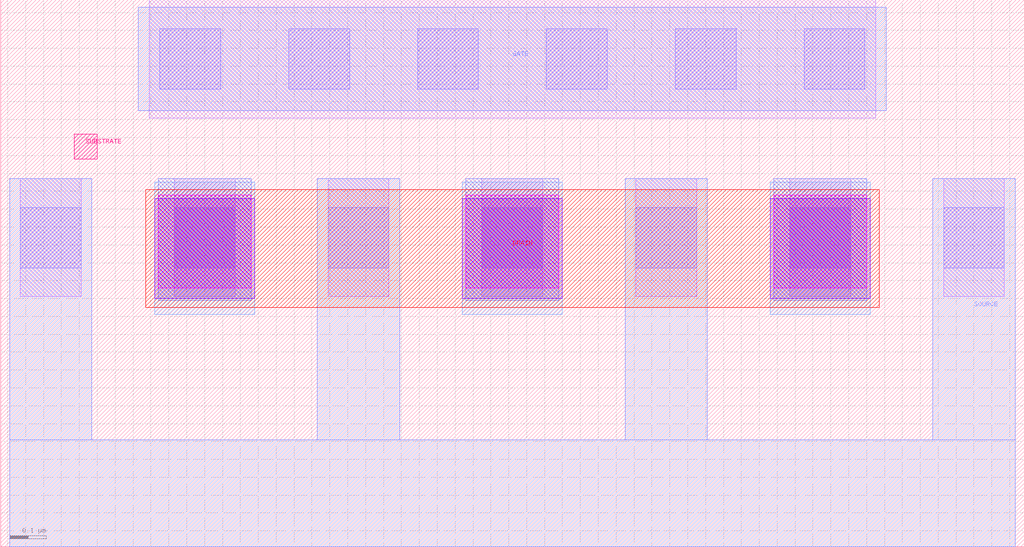
<source format=lef>
# Copyright 2020 The SkyWater PDK Authors
#
# Licensed under the Apache License, Version 2.0 (the "License");
# you may not use this file except in compliance with the License.
# You may obtain a copy of the License at
#
#     https://www.apache.org/licenses/LICENSE-2.0
#
# Unless required by applicable law or agreed to in writing, software
# distributed under the License is distributed on an "AS IS" BASIS,
# WITHOUT WARRANTIES OR CONDITIONS OF ANY KIND, either express or implied.
# See the License for the specific language governing permissions and
# limitations under the License.
#
# SPDX-License-Identifier: Apache-2.0

VERSION 5.7 ;
  NOWIREEXTENSIONATPIN ON ;
  DIVIDERCHAR "/" ;
  BUSBITCHARS "[]" ;
MACRO sky130_fd_pr__rf_nfet_01v8_lvt_aF06W0p42L0p15
  CLASS BLOCK ;
  FOREIGN sky130_fd_pr__rf_nfet_01v8_lvt_aF06W0p42L0p15 ;
  ORIGIN -0.180000  0.445000 ;
  SIZE  2.860000 BY  1.530000 ;
  PIN DRAIN
    ANTENNADIFFAREA  0.352800 ;
    PORT
      LAYER met3 ;
        RECT 0.585000 0.225000 2.635000 0.555000 ;
    END
  END DRAIN
  PIN GATE
    ANTENNAGATEAREA  0.378000 ;
    PORT
      LAYER met1 ;
        RECT 0.565000 0.775000 2.655000 1.065000 ;
    END
  END GATE
  PIN SOURCE
    ANTENNADIFFAREA  0.470400 ;
    PORT
      LAYER met1 ;
        RECT 0.205000 -0.445000 3.015000 -0.145000 ;
        RECT 0.205000 -0.145000 0.435000  0.585000 ;
        RECT 1.065000 -0.145000 1.295000  0.585000 ;
        RECT 1.925000 -0.145000 2.155000  0.585000 ;
        RECT 2.785000 -0.145000 3.015000  0.585000 ;
    END
  END SOURCE
  PIN SUBSTRATE
    PORT
      LAYER pwell ;
        RECT 0.385000 0.640000 0.450000 0.710000 ;
    END
  END SUBSTRATE
  OBS
    LAYER li1 ;
      RECT 0.235000 0.255000 0.405000 0.585000 ;
      RECT 0.595000 0.755000 2.625000 1.085000 ;
      RECT 0.665000 0.255000 0.835000 0.585000 ;
      RECT 1.095000 0.255000 1.265000 0.585000 ;
      RECT 1.525000 0.255000 1.695000 0.585000 ;
      RECT 1.955000 0.255000 2.125000 0.585000 ;
      RECT 2.385000 0.255000 2.555000 0.585000 ;
      RECT 2.815000 0.255000 2.985000 0.585000 ;
    LAYER mcon ;
      RECT 0.235000 0.335000 0.405000 0.505000 ;
      RECT 0.625000 0.835000 0.795000 1.005000 ;
      RECT 0.665000 0.335000 0.835000 0.505000 ;
      RECT 0.985000 0.835000 1.155000 1.005000 ;
      RECT 1.095000 0.335000 1.265000 0.505000 ;
      RECT 1.345000 0.835000 1.515000 1.005000 ;
      RECT 1.525000 0.335000 1.695000 0.505000 ;
      RECT 1.705000 0.835000 1.875000 1.005000 ;
      RECT 1.955000 0.335000 2.125000 0.505000 ;
      RECT 2.065000 0.835000 2.235000 1.005000 ;
      RECT 2.385000 0.335000 2.555000 0.505000 ;
      RECT 2.425000 0.835000 2.595000 1.005000 ;
      RECT 2.815000 0.335000 2.985000 0.505000 ;
    LAYER met1 ;
      RECT 0.620000 0.245000 0.880000 0.585000 ;
      RECT 1.480000 0.245000 1.740000 0.585000 ;
      RECT 2.340000 0.245000 2.600000 0.585000 ;
    LAYER met2 ;
      RECT 0.610000 0.205000 0.890000 0.575000 ;
      RECT 1.470000 0.205000 1.750000 0.575000 ;
      RECT 2.330000 0.205000 2.610000 0.575000 ;
    LAYER via ;
      RECT 0.620000 0.280000 0.880000 0.540000 ;
      RECT 1.480000 0.280000 1.740000 0.540000 ;
      RECT 2.340000 0.280000 2.600000 0.540000 ;
    LAYER via2 ;
      RECT 0.610000 0.250000 0.890000 0.530000 ;
      RECT 1.470000 0.250000 1.750000 0.530000 ;
      RECT 2.330000 0.250000 2.610000 0.530000 ;
  END
END sky130_fd_pr__rf_nfet_01v8_lvt_aF06W0p42L0p15
END LIBRARY

</source>
